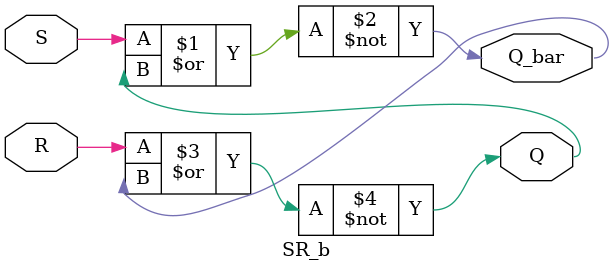
<source format=v>
module SR_b(output Q, output Q_bar, input S, input R);
    wire A;
    wire B;

    nor(Q_bar,S,Q);
    nor(Q,R,Q_bar);

endmodule

</source>
